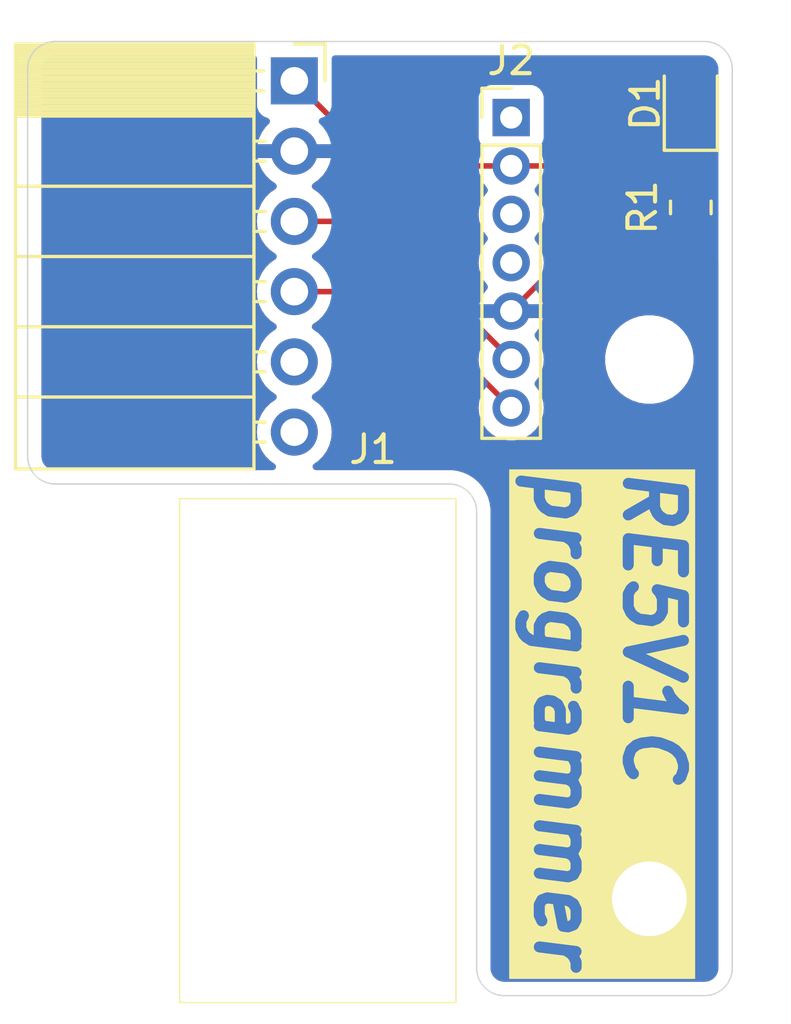
<source format=kicad_pcb>
(kicad_pcb (version 20240108) (generator "pcbnew") (generator_version "8.0")
  (layers (0 "F.Cu" signal) (31 "B.Cu" signal) (34 "B.Paste" user) (35 "F.Paste" user) (36 "B.SilkS" user "B.Silkscreen") (37 "F.SilkS" user "F.Silkscreen") (38 "B.Mask" user) (39 "F.Mask" user) (44 "Edge.Cuts" user))
  (net 0 "")
  (net 1 "/VCC")
  (net 2 "Net-(D1-K)")
  (net 4 "/RX")
  (net 5 "/GND")
  (net 6 "/TX")
  (footprint "MountingHole:MountingHole_2.7mm_M2.5" (layer "F.Cu") (at 171.75 100)
    (property "Reference" "H1" (at 0 0 0) (layer "F.SilkS"))
    (property "Value" "MountingHole")
    (pad "" np_thru_hole circle (at 0 0) (size 2.7 2.7) (drill 2.7) (layers "*.Cu" "*.Mask"))
  )
  (footprint "Connector_PinSocket_2.54mm:PinSocket_1x06_P2.54mm_Horizontal" (layer "F.Cu") (at 158.9 70.425)
    (property "Reference" "J1" (at 2.85 13.325 360) (layer "F.SilkS"))
    (property "Value" "LASKAKIT_PROG")
    (fp_line (start -10.09 -1.33) (end -10.09 14.03) (stroke (width 0.12)) (layer "F.SilkS"))
    (fp_line (start -10.09 -1.33) (end -1.46 -1.33) (stroke (width 0.12)) (layer "F.SilkS"))
    (fp_line (start -10.09 -1.21) (end -1.46 -1.21) (stroke (width 0.12)) (layer "F.SilkS"))
    (fp_line (start -10.09 -1.091905) (end -1.46 -1.091905) (stroke (width 0.12)) (layer "F.SilkS"))
    (fp_line (start -10.09 -0.97381) (end -1.46 -0.97381) (stroke (width 0.12)) (layer "F.SilkS"))
    (fp_line (start -10.09 -0.855715) (end -1.46 -0.855715) (stroke (width 0.12)) (layer "F.SilkS"))
    (fp_line (start -10.09 -0.73762) (end -1.46 -0.73762) (stroke (width 0.12)) (layer "F.SilkS"))
    (fp_line (start -10.09 -0.619525) (end -1.46 -0.619525) (stroke (width 0.12)) (layer "F.SilkS"))
    (fp_line (start -10.09 -0.50143) (end -1.46 -0.50143) (stroke (width 0.12)) (layer "F.SilkS"))
    (fp_line (start -10.09 -0.383335) (end -1.46 -0.383335) (stroke (width 0.12)) (layer "F.SilkS"))
    (fp_line (start -10.09 -0.26524) (end -1.46 -0.26524) (stroke (width 0.12)) (layer "F.SilkS"))
    (fp_line (start -10.09 -0.147145) (end -1.46 -0.147145) (stroke (width 0.12)) (layer "F.SilkS"))
    (fp_line (start -10.09 -0.02905) (end -1.46 -0.02905) (stroke (width 0.12)) (layer "F.SilkS"))
    (fp_line (start -10.09 0.089045) (end -1.46 0.089045) (stroke (width 0.12)) (layer "F.SilkS"))
    (fp_line (start -10.09 0.20714) (end -1.46 0.20714) (stroke (width 0.12)) (layer "F.SilkS"))
    (fp_line (start -10.09 0.325235) (end -1.46 0.325235) (stroke (width 0.12)) (layer "F.SilkS"))
    (fp_line (start -10.09 0.44333) (end -1.46 0.44333) (stroke (width 0.12)) (layer "F.SilkS"))
    (fp_line (start -10.09 0.561425) (end -1.46 0.561425) (stroke (width 0.12)) (layer "F.SilkS"))
    (fp_line (start -10.09 0.67952) (end -1.46 0.67952) (stroke (width 0.12)) (layer "F.SilkS"))
    (fp_line (start -10.09 0.797615) (end -1.46 0.797615) (stroke (width 0.12)) (layer "F.SilkS"))
    (fp_line (start -10.09 0.91571) (end -1.46 0.91571) (stroke (width 0.12)) (layer "F.SilkS"))
    (fp_line (start -10.09 1.033805) (end -1.46 1.033805) (stroke (width 0.12)) (layer "F.SilkS"))
    (fp_line (start -10.09 1.1519) (end -1.46 1.1519) (stroke (width 0.12)) (layer "F.SilkS"))
    (fp_line (start -10.09 1.27) (end -1.46 1.27) (stroke (width 0.12)) (layer "F.SilkS"))
    (fp_line (start -10.09 3.81) (end -1.46 3.81) (stroke (width 0.12)) (layer "F.SilkS"))
    (fp_line (start -10.09 6.35) (end -1.46 6.35) (stroke (width 0.12)) (layer "F.SilkS"))
    (fp_line (start -10.09 8.89) (end -1.46 8.89) (stroke (width 0.12)) (layer "F.SilkS"))
    (fp_line (start -10.09 11.43) (end -1.46 11.43) (stroke (width 0.12)) (layer "F.SilkS"))
    (fp_line (start -10.09 14.03) (end -1.46 14.03) (stroke (width 0.12)) (layer "F.SilkS"))
    (fp_line (start -1.46 -1.33) (end -1.46 14.03) (stroke (width 0.12)) (layer "F.SilkS"))
    (fp_line (start -1.46 -0.36) (end -1.11 -0.36) (stroke (width 0.12)) (layer "F.SilkS"))
    (fp_line (start -1.46 0.36) (end -1.11 0.36) (stroke (width 0.12)) (layer "F.SilkS"))
    (fp_line (start -1.46 2.18) (end -1.05 2.18) (stroke (width 0.12)) (layer "F.SilkS"))
    (fp_line (start -1.46 2.9) (end -1.05 2.9) (stroke (width 0.12)) (layer "F.SilkS"))
    (fp_line (start -1.46 4.72) (end -1.05 4.72) (stroke (width 0.12)) (layer "F.SilkS"))
    (fp_line (start -1.46 5.44) (end -1.05 5.44) (stroke (width 0.12)) (layer "F.SilkS"))
    (fp_line (start -1.46 7.26) (end -1.05 7.26) (stroke (width 0.12)) (layer "F.SilkS"))
    (fp_line (start -1.46 7.98) (end -1.05 7.98) (stroke (width 0.12)) (layer "F.SilkS"))
    (fp_line (start -1.46 9.8) (end -1.05 9.8) (stroke (width 0.12)) (layer "F.SilkS"))
    (fp_line (start -1.46 10.52) (end -1.05 10.52) (stroke (width 0.12)) (layer "F.SilkS"))
    (fp_line (start -1.46 12.34) (end -1.05 12.34) (stroke (width 0.12)) (layer "F.SilkS"))
    (fp_line (start -1.46 13.06) (end -1.05 13.06) (stroke (width 0.12)) (layer "F.SilkS"))
    (fp_line (start 0 -1.33) (end 1.11 -1.33) (stroke (width 0.12)) (layer "F.SilkS"))
    (fp_line (start 1.11 -1.33) (end 1.11 0) (stroke (width 0.12)) (layer "F.SilkS"))
    (pad "1" thru_hole rect (at 0 0) (size 1.7 1.7) (drill 1) (layers "*.Cu" "*.Mask") (net 1 "/VCC"))
    (pad "2" thru_hole oval (at 0 2.54) (size 1.7 1.7) (drill 1) (layers "*.Cu" "*.Mask") (net 5 "/GND"))
    (pad "3" thru_hole oval (at 0 5.08) (size 1.7 1.7) (drill 1) (layers "*.Cu" "*.Mask") (net 6 "/TX"))
    (pad "4" thru_hole oval (at 0 7.62) (size 1.7 1.7) (drill 1) (layers "*.Cu" "*.Mask") (net 4 "/RX"))
    (pad "5" thru_hole oval (at 0 10.16) (size 1.7 1.7) (drill 1) (layers "*.Cu" "*.Mask"))
    (pad "6" thru_hole oval (at 0 12.7) (size 1.7 1.7) (drill 1) (layers "*.Cu" "*.Mask"))
  )
  (footprint "MountingHole:MountingHole_2.7mm_M2.5" (layer "F.Cu") (at 171.75 80.5)
    (property "Reference" "H2" (at 0 0 0) (layer "F.SilkS"))
    (property "Value" "MountingHole")
    (pad "" np_thru_hole circle (at 0 0) (size 2.7 2.7) (drill 2.7) (layers "*.Cu" "*.Mask"))
  )
  (footprint "Resistor_SMD:R_0805_2012Metric" (layer "F.Cu") (at 173.25 75 -90)
    (property "Reference" "R1" (at 0 1.75 90) (layer "F.SilkS"))
    (property "Value" "1k")
    (fp_line (start -0.227064 0.735) (end 0.227064 0.735) (stroke (width 0.12)) (layer "F.SilkS"))
    (fp_line (start -0.227064 -0.735) (end 0.227064 -0.735) (stroke (width 0.12)) (layer "F.SilkS"))
    (pad "1" smd roundrect (at -0.9125 0 270) (size 1.025 1.4) (layers "F.Cu" "F.Paste" "F.Mask") (roundrect_rratio 0.243902) (net 2 "Net-(D1-K)"))
    (pad "2" smd roundrect (at 0.9125 0 270) (size 1.025 1.4) (layers "F.Cu" "F.Paste" "F.Mask") (roundrect_rratio 0.243902) (net 5 "/GND"))
  )
  (footprint "Diode_SMD:D_0805_2012Metric" (layer "F.Cu") (at 173.25 71.25 90)
    (property "Reference" "D1" (at 0 -1.65 90) (layer "F.SilkS"))
    (property "Value" "LED")
    (fp_line (start 1 -0.96) (end -1.685 -0.96) (stroke (width 0.12)) (layer "F.SilkS"))
    (fp_line (start -1.685 -0.96) (end -1.685 0.96) (stroke (width 0.12)) (layer "F.SilkS"))
    (fp_line (start -1.685 0.96) (end 1 0.96) (stroke (width 0.12)) (layer "F.SilkS"))
    (pad "1" smd roundrect (at -0.9375 0 90) (size 0.975 1.4) (layers "F.Cu" "F.Paste" "F.Mask") (net 2 "Net-(D1-K)"))
    (pad "2" smd roundrect (at 0.9375 0 90) (size 0.975 1.4) (layers "F.Cu" "F.Paste" "F.Mask") (net 1 "/VCC"))
  )
  (footprint "Connector_PinHeader_2.00mm:PinHeader_1x07_P2.00mm_Vertical" (layer "F.Cu") (at 166.75 71.75)
    (property "Reference" "J2" (at 0 -2.06 0) (layer "F.SilkS"))
    (property "Value" "SONOFF RE5V1C")
    (fp_line (start -1.06 -1.06) (end 0 -1.06) (stroke (width 0.12)) (layer "F.SilkS"))
    (fp_line (start -1.06 0) (end -1.06 -1.06) (stroke (width 0.12)) (layer "F.SilkS"))
    (fp_line (start -1.06 1) (end -1.06 11.6) (stroke (width 0.12)) (layer "F.SilkS"))
    (fp_line (start -1.06 1) (end 1.06 1) (stroke (width 0.12)) (layer "F.SilkS"))
    (fp_line (start -1.06 11.6) (end 1.06 11.6) (stroke (width 0.12)) (layer "F.SilkS"))
    (fp_line (start 1.06 1) (end 1.06 11.6) (stroke (width 0.12)) (layer "F.SilkS"))
    (pad "1" thru_hole rect (at 0 0) (size 1.35 1.35) (drill 0.8) (layers "*.Cu" "*.Mask"))
    (pad "2" thru_hole oval (at 0 1.75) (size 1.35 1.35) (drill 0.8) (layers "*.Cu" "*.Mask") (net 1 "/VCC"))
    (pad "3" thru_hole oval (at 0 3.5) (size 1.35 1.35) (drill 0.8) (layers "*.Cu" "*.Mask"))
    (pad "4" thru_hole oval (at 0 5.25) (size 1.35 1.35) (drill 0.8) (layers "*.Cu" "*.Mask"))
    (pad "5" thru_hole oval (at 0 7) (size 1.35 1.35) (drill 0.8) (layers "*.Cu" "*.Mask") (net 5 "/GND"))
    (pad "6" thru_hole oval (at 0 8.75) (size 1.35 1.35) (drill 0.8) (layers "*.Cu" "*.Mask") (net 6 "/TX"))
    (pad "7" thru_hole oval (at 0 10.5) (size 1.35 1.35) (drill 0.8) (layers "*.Cu" "*.Mask") (net 4 "/RX"))
  )
  (gr_rect (start 154.75 85.53) (end 164.75 103.75) (stroke (width 0.05)) (fill none) (layer "F.SilkS"))
  (gr_arc (start 149.25 70) (mid 149.542893 69.292893) (end 150.25 69) (stroke (width 0.05)) (layer "Edge.Cuts"))
  (gr_line (start 154.25 85) (end 154.25 85) (stroke (width 0.05)) (layer "Edge.Cuts"))
  (gr_line (start 154.25 85) (end 164.5 85) (stroke (width 0.05)) (layer "Edge.Cuts"))
  (gr_arc (start 164.5 85) (mid 165.207107 85.292893) (end 165.5 86) (stroke (width 0.05)) (layer "Edge.Cuts"))
  (gr_line (start 154.25 85) (end 150.25 85) (stroke (width 0.05)) (layer "Edge.Cuts"))
  (gr_arc (start 166.5 103.5) (mid 165.792893 103.207107) (end 165.5 102.5) (stroke (width 0.05)) (layer "Edge.Cuts"))
  (gr_arc (start 173.75 69) (mid 174.457107 69.292893) (end 174.75 70) (stroke (width 0.05)) (layer "Edge.Cuts"))
  (gr_arc (start 174.75 102.5) (mid 174.457107 103.207107) (end 173.75 103.5) (stroke (width 0.05)) (layer "Edge.Cuts"))
  (gr_arc (start 150.25 85) (mid 149.542893 84.707107) (end 149.25 84) (stroke (width 0.05)) (layer "Edge.Cuts"))
  (gr_line (start 165.5 86) (end 165.5 102.5) (stroke (width 0.05)) (layer "Edge.Cuts"))
  (gr_line (start 174.75 102.5) (end 174.75 70) (stroke (width 0.05)) (layer "Edge.Cuts"))
  (gr_line (start 150.25 69) (end 173.75 69) (stroke (width 0.05)) (layer "Edge.Cuts"))
  (gr_line (start 149.25 84) (end 149.25 70) (stroke (width 0.05)) (layer "Edge.Cuts"))
  (gr_line (start 166.5 103.5) (end 173.75 103.5) (stroke (width 0.05)) (layer "Edge.Cuts"))
  (gr_text "RE5V1C \nprogrammer" (at 167.5 84.25 270) (layer "F.SilkS" knockout) (effects (font (size 2 2) (thickness 0.4) (bold yes) (italic yes)) (justify left bottom)))
  (segment (start 173.25 70.3125) (end 170.0625 73.5) (width 0.2) (layer "F.Cu") (net 1))
  (segment (start 158.9 70.425) (end 161.975 73.5) (width 0.2) (layer "F.Cu") (net 1))
  (segment (start 170.0625 73.5) (end 166.75 73.5) (width 0.2) (layer "F.Cu") (net 1))
  (segment (start 161.975 73.5) (end 166.75 73.5) (width 0.2) (layer "F.Cu") (net 1))
  (segment (start 173.25 72.1875) (end 173.25 74.0875) (width 0.2) (layer "F.Cu") (net 2))
  (segment (start 158.9 78.045) (end 162.545 78.045) (width 0.2) (layer "F.Cu") (net 4))
  (segment (start 162.545 78.045) (end 166.75 82.25) (width 0.2) (layer "F.Cu") (net 4))
  (segment (start 169.5875 75.9125) (end 166.75 78.75) (width 0.2) (layer "F.Cu") (net 5))
  (segment (start 173.25 75.9125) (end 169.5875 75.9125) (width 0.2) (layer "F.Cu") (net 5))
  (segment (start 161.755 75.505) (end 166.75 80.5) (width 0.2) (layer "F.Cu") (net 6))
  (segment (start 158.9 75.505) (end 161.755 75.505) (width 0.2) (layer "F.Cu") (net 6))
  (zone (net 5) (net_name "/GND") (layers "F&B.Cu") (connect_pads (clearance 0.5)) (min_thickness 0.25) (fill yes (thermal_gap 0.5) (thermal_bridge_width 0.5))
    (polygon (pts (xy 148.25 67.5) (xy 176 67.5) (xy 176 104) (xy 165 104) (xy 148.25 85.25)))
  )
)
</source>
